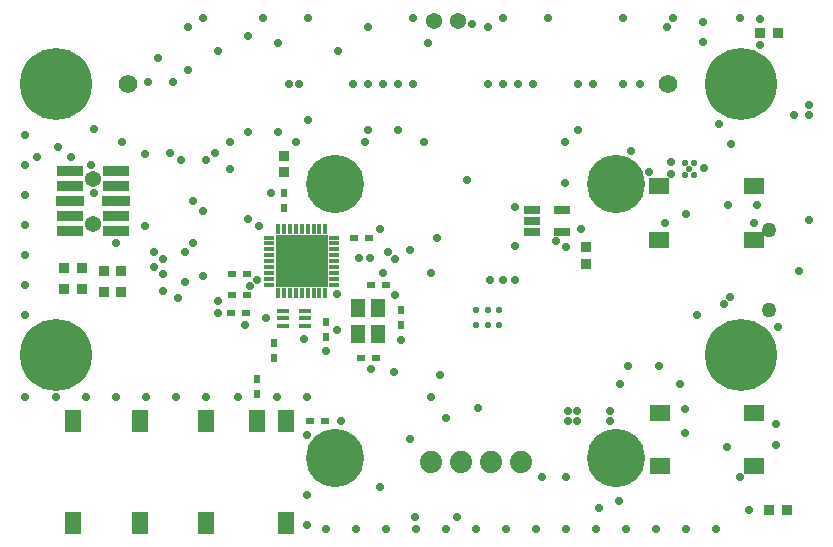
<source format=gbs>
*%FSLAX23Y23*%
*%MOIN*%
G01*
%ADD11C,0.000*%
%ADD12C,0.001*%
%ADD13C,0.002*%
%ADD14C,0.006*%
%ADD15C,0.007*%
%ADD16C,0.007*%
%ADD17C,0.008*%
%ADD18C,0.010*%
%ADD19C,0.012*%
%ADD20C,0.015*%
%ADD21C,0.018*%
%ADD22C,0.022*%
%ADD23C,0.024*%
%ADD24C,0.025*%
%ADD25C,0.029*%
%ADD26C,0.031*%
%ADD27C,0.031*%
%ADD28C,0.035*%
%ADD29C,0.035*%
%ADD30C,0.039*%
%ADD31C,0.039*%
%ADD32C,0.046*%
%ADD33C,0.047*%
%ADD34C,0.050*%
%ADD35C,0.051*%
%ADD36C,0.051*%
%ADD37C,0.054*%
%ADD38C,0.055*%
%ADD39C,0.058*%
%ADD40C,0.059*%
%ADD41C,0.059*%
%ADD42C,0.062*%
%ADD43C,0.067*%
%ADD44C,0.070*%
%ADD45C,0.074*%
%ADD46C,0.115*%
%ADD47C,0.135*%
%ADD48C,0.138*%
%ADD49C,0.138*%
%ADD50C,0.158*%
%ADD51C,0.158*%
%ADD52C,0.190*%
%ADD53C,0.194*%
%ADD54C,0.236*%
%ADD55C,0.240*%
%ADD56R,0.011X0.030*%
%ADD57R,0.012X0.030*%
%ADD58R,0.014X0.033*%
%ADD59R,0.014X0.037*%
%ADD60R,0.015X0.034*%
%ADD61R,0.016X0.034*%
%ADD62R,0.018X0.037*%
%ADD63R,0.018X0.041*%
%ADD64R,0.020X0.025*%
%ADD65R,0.021X0.021*%
%ADD66R,0.024X0.029*%
%ADD67R,0.025X0.020*%
%ADD68R,0.029X0.024*%
%ADD69R,0.030X0.011*%
%ADD70R,0.030X0.030*%
%ADD71R,0.031X0.031*%
%ADD72R,0.033X0.014*%
%ADD73R,0.034X0.015*%
%ADD74R,0.034X0.034*%
%ADD75R,0.035X0.035*%
%ADD76R,0.037X0.014*%
%ADD77R,0.037X0.018*%
%ADD78R,0.039X0.055*%
%ADD79R,0.039X0.014*%
%ADD80R,0.040X0.083*%
%ADD81R,0.041X0.018*%
%ADD82R,0.043X0.059*%
%ADD83R,0.043X0.018*%
%ADD84R,0.044X0.087*%
%ADD85R,0.047X0.055*%
%ADD86R,0.048X0.024*%
%ADD87R,0.050X0.023*%
%ADD88R,0.050X0.060*%
%ADD89R,0.051X0.071*%
%ADD90R,0.051X0.059*%
%ADD91R,0.052X0.028*%
%ADD92R,0.054X0.027*%
%ADD93R,0.054X0.064*%
%ADD94R,0.055X0.039*%
%ADD95R,0.055X0.075*%
%ADD96R,0.057X0.012*%
%ADD97R,0.057X0.067*%
%ADD98R,0.059X0.043*%
%ADD99R,0.060X0.060*%
%ADD100R,0.061X0.024*%
%ADD101R,0.061X0.051*%
%ADD102R,0.061X0.016*%
%ADD103R,0.061X0.071*%
%ADD104R,0.063X0.039*%
%ADD105R,0.064X0.064*%
%ADD106R,0.065X0.028*%
%ADD107R,0.065X0.055*%
%ADD108R,0.067X0.043*%
%ADD109R,0.085X0.030*%
%ADD110R,0.089X0.034*%
%ADD111R,0.094X0.030*%
%ADD112R,0.098X0.034*%
%ADD113R,0.104X0.104*%
%ADD114R,0.108X0.108*%
%ADD115R,0.116X0.138*%
%ADD116R,0.120X0.142*%
%ADD117R,0.134X0.059*%
%ADD118R,0.138X0.039*%
%ADD119R,0.138X0.063*%
%ADD120R,0.142X0.043*%
%ADD121R,0.169X0.169*%
%ADD122R,0.173X0.173*%
%ADD123R,0.250X0.250*%
D22*
X10821Y8274D02*
D03*
Y8234D02*
D03*
X10806Y8254D02*
D03*
X10792Y8274D02*
D03*
Y8234D02*
D03*
X10172Y7734D02*
D03*
Y7784D02*
D03*
X10137Y7734D02*
D03*
Y7784D02*
D03*
X10097Y7734D02*
D03*
Y7784D02*
D03*
D25*
X11157Y8434D02*
D03*
X11207Y8469D02*
D03*
Y8434D02*
D03*
X11172Y7914D02*
D03*
X11207Y8084D02*
D03*
X11042Y8669D02*
D03*
X10977Y8759D02*
D03*
X11042Y8754D02*
D03*
X10947Y8339D02*
D03*
X11032Y8134D02*
D03*
X11102Y7729D02*
D03*
X11097Y7404D02*
D03*
Y7334D02*
D03*
X11006Y7118D02*
D03*
X10977Y7229D02*
D03*
X11022Y8074D02*
D03*
X10796Y8103D02*
D03*
X10852Y8679D02*
D03*
Y8744D02*
D03*
X10752Y8759D02*
D03*
X10857Y8259D02*
D03*
X10937Y8134D02*
D03*
X10907Y8404D02*
D03*
X10896Y7053D02*
D03*
X10932Y7329D02*
D03*
X10796Y7053D02*
D03*
X10832Y7769D02*
D03*
X10792Y7454D02*
D03*
X10777Y7539D02*
D03*
X10792Y7374D02*
D03*
X10942Y7829D02*
D03*
X10922Y7804D02*
D03*
X10746Y8238D02*
D03*
Y8278D02*
D03*
X10587Y8759D02*
D03*
X10732Y8729D02*
D03*
X10587Y8539D02*
D03*
X10612Y8314D02*
D03*
X10672Y8244D02*
D03*
X10642Y8539D02*
D03*
X10602Y7599D02*
D03*
X10572Y7149D02*
D03*
X10726Y8073D02*
D03*
X10706Y7598D02*
D03*
X10696Y7053D02*
D03*
X10596D02*
D03*
X10577Y7539D02*
D03*
X10437Y8384D02*
D03*
Y8539D02*
D03*
X10487D02*
D03*
X10447Y8054D02*
D03*
X10507Y7124D02*
D03*
X10496Y7053D02*
D03*
X10542Y7414D02*
D03*
Y7449D02*
D03*
X10432Y7414D02*
D03*
Y7449D02*
D03*
X10392Y8209D02*
D03*
Y8344D02*
D03*
X10361Y8013D02*
D03*
X10396Y7053D02*
D03*
X10397Y7229D02*
D03*
X10402Y7414D02*
D03*
Y7449D02*
D03*
X10397Y7994D02*
D03*
X10227Y8129D02*
D03*
X10187Y8759D02*
D03*
X10337D02*
D03*
X10187Y8539D02*
D03*
X10287D02*
D03*
X10237D02*
D03*
X10317Y7229D02*
D03*
X10227Y7884D02*
D03*
X10187D02*
D03*
X10196Y7053D02*
D03*
X10296D02*
D03*
X10227Y7999D02*
D03*
X10066Y8218D02*
D03*
X10082Y8739D02*
D03*
X10137Y8729D02*
D03*
Y8539D02*
D03*
X9997Y7424D02*
D03*
X9977Y7569D02*
D03*
X10142Y7884D02*
D03*
X10102Y7459D02*
D03*
X9996Y7053D02*
D03*
X10096D02*
D03*
X10032Y7094D02*
D03*
X9837Y8384D02*
D03*
X9887Y8759D02*
D03*
X9922Y8344D02*
D03*
X9937Y8674D02*
D03*
X9787Y8539D02*
D03*
X9887D02*
D03*
X9837D02*
D03*
X9822Y7579D02*
D03*
X9947Y7494D02*
D03*
X9877Y7984D02*
D03*
X9946Y7908D02*
D03*
X9801Y7978D02*
D03*
X9826Y7953D02*
D03*
X9786Y7908D02*
D03*
X9776Y8053D02*
D03*
X9846Y7683D02*
D03*
X9826Y7833D02*
D03*
X9796Y7053D02*
D03*
X9896D02*
D03*
X9892Y7094D02*
D03*
X9777Y7194D02*
D03*
X9877Y7354D02*
D03*
X9966Y8023D02*
D03*
X9737Y8385D02*
D03*
X9637Y8649D02*
D03*
X9687Y8539D02*
D03*
X9737D02*
D03*
Y8729D02*
D03*
X9727Y8344D02*
D03*
X9742Y7959D02*
D03*
X9746Y7588D02*
D03*
X9707Y7959D02*
D03*
X9646Y7413D02*
D03*
X9631Y7838D02*
D03*
Y7718D02*
D03*
X9596Y7648D02*
D03*
Y7053D02*
D03*
X9696D02*
D03*
X9411Y8173D02*
D03*
X9387Y8759D02*
D03*
X9497Y8344D02*
D03*
X9437Y8674D02*
D03*
Y8379D02*
D03*
X9472Y8539D02*
D03*
X9507D02*
D03*
X9537Y8419D02*
D03*
Y8759D02*
D03*
X9522Y7689D02*
D03*
X9566Y8003D02*
D03*
Y7943D02*
D03*
Y7888D02*
D03*
X9531Y7368D02*
D03*
Y7168D02*
D03*
Y7068D02*
D03*
X9466Y8003D02*
D03*
Y7943D02*
D03*
Y7888D02*
D03*
X9396Y7758D02*
D03*
X9516Y8003D02*
D03*
Y7888D02*
D03*
Y7943D02*
D03*
X9432Y7494D02*
D03*
X9531Y7493D02*
D03*
X9186Y8113D02*
D03*
X9276Y8253D02*
D03*
X9187Y8759D02*
D03*
X9277Y8344D02*
D03*
X9337Y8699D02*
D03*
Y8379D02*
D03*
X9237Y8649D02*
D03*
X9197Y8284D02*
D03*
X9227Y8309D02*
D03*
X9371Y8063D02*
D03*
X9336Y8088D02*
D03*
X9341Y7863D02*
D03*
X9366Y7883D02*
D03*
X9326Y7733D02*
D03*
X9186Y7898D02*
D03*
X9236Y7773D02*
D03*
Y7813D02*
D03*
X9196Y7493D02*
D03*
X9302Y7494D02*
D03*
X9151Y8148D02*
D03*
X8992Y8304D02*
D03*
X9037Y8624D02*
D03*
X9137Y8584D02*
D03*
X9087Y8544D02*
D03*
X9137Y8729D02*
D03*
X9112Y8284D02*
D03*
X9077Y8309D02*
D03*
X9002Y8544D02*
D03*
X9126Y7878D02*
D03*
Y7978D02*
D03*
X9151Y8008D02*
D03*
X8992Y8064D02*
D03*
X9051Y7953D02*
D03*
Y7903D02*
D03*
X9021Y7978D02*
D03*
Y7928D02*
D03*
X9051Y7848D02*
D03*
X9101Y7823D02*
D03*
X8996Y7493D02*
D03*
X9096D02*
D03*
X8917Y8344D02*
D03*
X8896Y8008D02*
D03*
Y7493D02*
D03*
X8821Y8173D02*
D03*
X8811Y8268D02*
D03*
X8822Y8389D02*
D03*
X8796Y7493D02*
D03*
X8746Y8293D02*
D03*
X8701Y8328D02*
D03*
X8631Y8293D02*
D03*
X8696Y7493D02*
D03*
X8591Y8168D02*
D03*
Y8268D02*
D03*
Y8368D02*
D03*
Y7768D02*
D03*
Y7868D02*
D03*
Y7968D02*
D03*
Y8068D02*
D03*
X8592Y7494D02*
D03*
D34*
X11071Y8052D02*
D03*
X11071Y7784D02*
D03*
D37*
X8819Y8221D02*
D03*
X8819Y8071D02*
D03*
X10036Y8748D02*
D03*
X9957D02*
D03*
D42*
X8937Y8539D02*
D03*
X10737Y8539D02*
D03*
D45*
X9946Y7278D02*
D03*
X10046D02*
D03*
X10146D02*
D03*
X10246D02*
D03*
D53*
X10561Y8204D02*
D03*
Y7291D02*
D03*
X9624Y8204D02*
D03*
Y7291D02*
D03*
D55*
X10978Y8538D02*
D03*
Y7633D02*
D03*
X8695Y8538D02*
D03*
Y7633D02*
D03*
D60*
X9436Y7840D02*
D03*
X9455D02*
D03*
X9475D02*
D03*
X9495D02*
D03*
X9514D02*
D03*
X9534D02*
D03*
X9554D02*
D03*
Y8054D02*
D03*
X9534D02*
D03*
X9514D02*
D03*
X9495D02*
D03*
X9475D02*
D03*
X9455D02*
D03*
X9436D02*
D03*
X9573Y7840D02*
D03*
X9593D02*
D03*
Y8054D02*
D03*
X9573D02*
D03*
D66*
X9456Y8123D02*
D03*
Y8173D02*
D03*
X9596Y7743D02*
D03*
Y7693D02*
D03*
X9846Y7733D02*
D03*
Y7783D02*
D03*
X9367Y7504D02*
D03*
Y7554D02*
D03*
X9422Y7624D02*
D03*
Y7674D02*
D03*
D68*
X9738Y8023D02*
D03*
X9688D02*
D03*
X9796Y7868D02*
D03*
X9746D02*
D03*
X9711Y7623D02*
D03*
X9761D02*
D03*
X9541Y7413D02*
D03*
X9591D02*
D03*
X9278Y7773D02*
D03*
X9328D02*
D03*
X9331Y7833D02*
D03*
X9281D02*
D03*
X9331Y7903D02*
D03*
X9281D02*
D03*
D73*
X9407Y7907D02*
D03*
Y7927D02*
D03*
Y7947D02*
D03*
Y7966D02*
D03*
Y7986D02*
D03*
Y8006D02*
D03*
Y8025D02*
D03*
X9621Y7907D02*
D03*
Y7927D02*
D03*
Y7947D02*
D03*
Y7966D02*
D03*
Y7986D02*
D03*
Y8006D02*
D03*
Y8025D02*
D03*
X9407Y7888D02*
D03*
Y7868D02*
D03*
X9621D02*
D03*
Y7888D02*
D03*
D74*
X9457Y8299D02*
D03*
Y8244D02*
D03*
X10462Y7994D02*
D03*
Y7939D02*
D03*
X8856Y7843D02*
D03*
X8911D02*
D03*
X8856Y7913D02*
D03*
X8911D02*
D03*
D75*
X11131Y7118D02*
D03*
X11071D02*
D03*
X11102Y8709D02*
D03*
X11042D02*
D03*
X8721Y7923D02*
D03*
X8781D02*
D03*
X8721Y7853D02*
D03*
X8781D02*
D03*
D83*
X9524Y7730D02*
D03*
Y7756D02*
D03*
Y7781D02*
D03*
X9453D02*
D03*
Y7756D02*
D03*
Y7730D02*
D03*
D90*
X9770Y7703D02*
D03*
X9703D02*
D03*
X9770Y7790D02*
D03*
X9703D02*
D03*
D92*
X10282Y8044D02*
D03*
Y8119D02*
D03*
Y8081D02*
D03*
X10382Y8044D02*
D03*
Y8119D02*
D03*
D95*
X8753Y7075D02*
D03*
X8974D02*
D03*
X8753Y7414D02*
D03*
X8974D02*
D03*
X9462D02*
D03*
X9462Y7075D02*
D03*
X9194D02*
D03*
Y7414D02*
D03*
X9367D02*
D03*
D107*
X11023Y7442D02*
D03*
X10708D02*
D03*
X11023Y7265D02*
D03*
X10708D02*
D03*
X11022Y8196D02*
D03*
X10707D02*
D03*
X11022Y8019D02*
D03*
X10707D02*
D03*
D110*
X8896Y8046D02*
D03*
X8895Y8096D02*
D03*
X8742Y8046D02*
D03*
Y8096D02*
D03*
X8896Y8196D02*
D03*
X8895Y8246D02*
D03*
X8742Y8196D02*
D03*
Y8246D02*
D03*
D112*
X8896Y8146D02*
D03*
X8742D02*
D03*
D122*
X9514Y7947D02*
D03*
M02*

</source>
